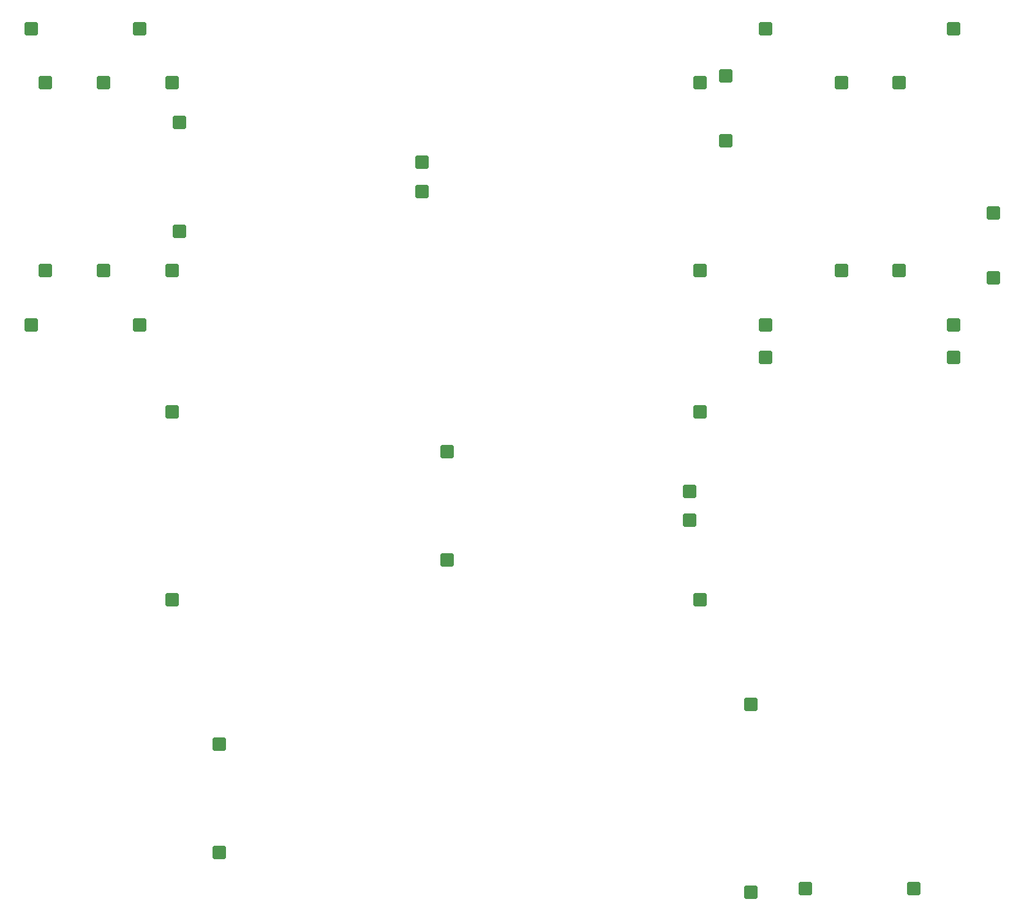
<source format=gbr>
%TF.GenerationSoftware,KiCad,Pcbnew,9.0.0*%
%TF.CreationDate,2025-03-21T12:09:41+01:00*%
%TF.ProjectId,DMW-BLJ31-charger,444d572d-424c-44a3-9331-2d6368617267,rev?*%
%TF.SameCoordinates,Original*%
%TF.FileFunction,Soldermask,Top*%
%TF.FilePolarity,Negative*%
%FSLAX46Y46*%
G04 Gerber Fmt 4.6, Leading zero omitted, Abs format (unit mm)*
G04 Created by KiCad (PCBNEW 9.0.0) date 2025-03-21 12:09:41*
%MOMM*%
%LPD*%
G01*
G04 APERTURE LIST*
G04 Aperture macros list*
%AMRoundRect*
0 Rectangle with rounded corners*
0 $1 Rounding radius*
0 $2 $3 $4 $5 $6 $7 $8 $9 X,Y pos of 4 corners*
0 Add a 4 corners polygon primitive as box body*
4,1,4,$2,$3,$4,$5,$6,$7,$8,$9,$2,$3,0*
0 Add four circle primitives for the rounded corners*
1,1,$1+$1,$2,$3*
1,1,$1+$1,$4,$5*
1,1,$1+$1,$6,$7*
1,1,$1+$1,$8,$9*
0 Add four rect primitives between the rounded corners*
20,1,$1+$1,$2,$3,$4,$5,0*
20,1,$1+$1,$4,$5,$6,$7,0*
20,1,$1+$1,$6,$7,$8,$9,0*
20,1,$1+$1,$8,$9,$2,$3,0*%
G04 Aperture macros list end*
%ADD10RoundRect,0.250000X-0.675000X-0.675000X0.675000X-0.675000X0.675000X0.675000X-0.675000X0.675000X0*%
%ADD11RoundRect,0.250000X0.675000X-0.675000X0.675000X0.675000X-0.675000X0.675000X-0.675000X-0.675000X0*%
%ADD12RoundRect,0.250000X-0.675000X0.675000X-0.675000X-0.675000X0.675000X-0.675000X0.675000X0.675000X0*%
G04 APERTURE END LIST*
D10*
%TO.C,J48*%
X120500000Y-95500000D03*
%TD*%
D11*
%TO.C,J12*%
X131000000Y-27500000D03*
%TD*%
D10*
%TO.C,J30*%
X87000000Y-101000000D03*
%TD*%
%TO.C,J38*%
X39500000Y-61000000D03*
%TD*%
%TO.C,J7*%
X151500000Y-146500000D03*
%TD*%
%TO.C,J27*%
X141500000Y-61000000D03*
%TD*%
%TO.C,J34*%
X49000000Y-35000000D03*
%TD*%
%TO.C,J26*%
X125500000Y-43000000D03*
%TD*%
%TO.C,J25*%
X83500000Y-50000000D03*
%TD*%
%TO.C,J29*%
X50000000Y-40500000D03*
%TD*%
D12*
%TO.C,J17*%
X29500000Y-27500000D03*
%TD*%
%TO.C,J15*%
X29500000Y-68500000D03*
%TD*%
D10*
%TO.C,J6*%
X129000000Y-147000000D03*
%TD*%
%TO.C,J28*%
X122000000Y-61000000D03*
%TD*%
%TO.C,J37*%
X122000000Y-106500000D03*
%TD*%
%TO.C,J41*%
X49000000Y-80500000D03*
%TD*%
%TO.C,J46*%
X162500000Y-62000000D03*
%TD*%
D12*
%TO.C,J9*%
X131000000Y-73000000D03*
%TD*%
D10*
%TO.C,J42*%
X122000000Y-80500000D03*
%TD*%
%TO.C,J40*%
X31500000Y-61000000D03*
%TD*%
%TO.C,J44*%
X162500000Y-53000000D03*
%TD*%
%TO.C,J36*%
X50000000Y-55500000D03*
%TD*%
D11*
%TO.C,J10*%
X157000000Y-27500000D03*
%TD*%
%TO.C,J18*%
X44500000Y-27500000D03*
%TD*%
%TO.C,J16*%
X44500000Y-68500000D03*
%TD*%
D10*
%TO.C,J21*%
X122000000Y-35000000D03*
%TD*%
%TO.C,J35*%
X87000000Y-86000000D03*
%TD*%
%TO.C,J20*%
X55500000Y-141500000D03*
%TD*%
%TO.C,J32*%
X49000000Y-106500000D03*
%TD*%
%TO.C,J33*%
X39500000Y-35000000D03*
%TD*%
%TO.C,J47*%
X149500000Y-35000000D03*
%TD*%
%TO.C,J19*%
X55500000Y-126500000D03*
%TD*%
D11*
%TO.C,J13*%
X157000000Y-68500000D03*
%TD*%
%TO.C,J11*%
X157000000Y-73000000D03*
%TD*%
D10*
%TO.C,J22*%
X141500000Y-35000000D03*
%TD*%
D11*
%TO.C,J8*%
X136500000Y-146500000D03*
%TD*%
D10*
%TO.C,J39*%
X49000000Y-61000000D03*
%TD*%
%TO.C,J45*%
X149500000Y-61000000D03*
%TD*%
%TO.C,J23*%
X125500000Y-34000000D03*
%TD*%
%TO.C,J31*%
X31500000Y-35000000D03*
%TD*%
D11*
%TO.C,J14*%
X131000000Y-68500000D03*
%TD*%
D10*
%TO.C,J24*%
X83500000Y-46000000D03*
%TD*%
%TO.C,J43*%
X120500000Y-91500000D03*
%TD*%
%TO.C,J5*%
X129000000Y-121000000D03*
%TD*%
M02*

</source>
